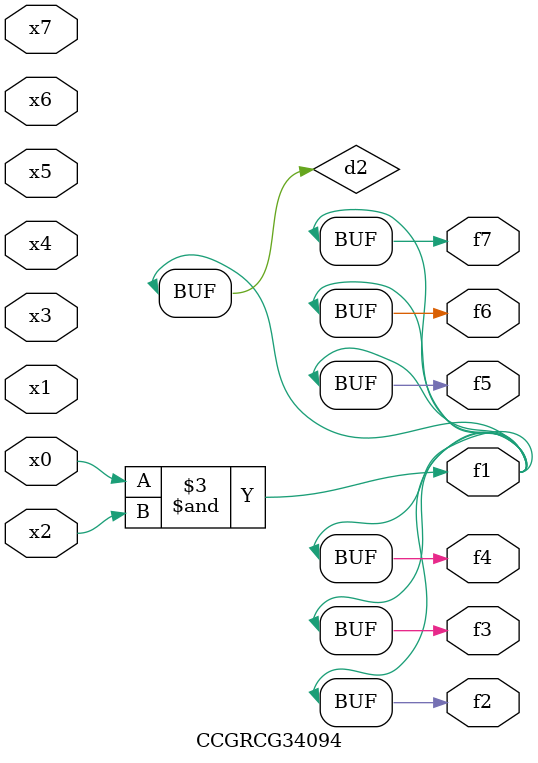
<source format=v>
module CCGRCG34094(
	input x0, x1, x2, x3, x4, x5, x6, x7,
	output f1, f2, f3, f4, f5, f6, f7
);

	wire d1, d2;

	nor (d1, x3, x6);
	and (d2, x0, x2);
	assign f1 = d2;
	assign f2 = d2;
	assign f3 = d2;
	assign f4 = d2;
	assign f5 = d2;
	assign f6 = d2;
	assign f7 = d2;
endmodule

</source>
